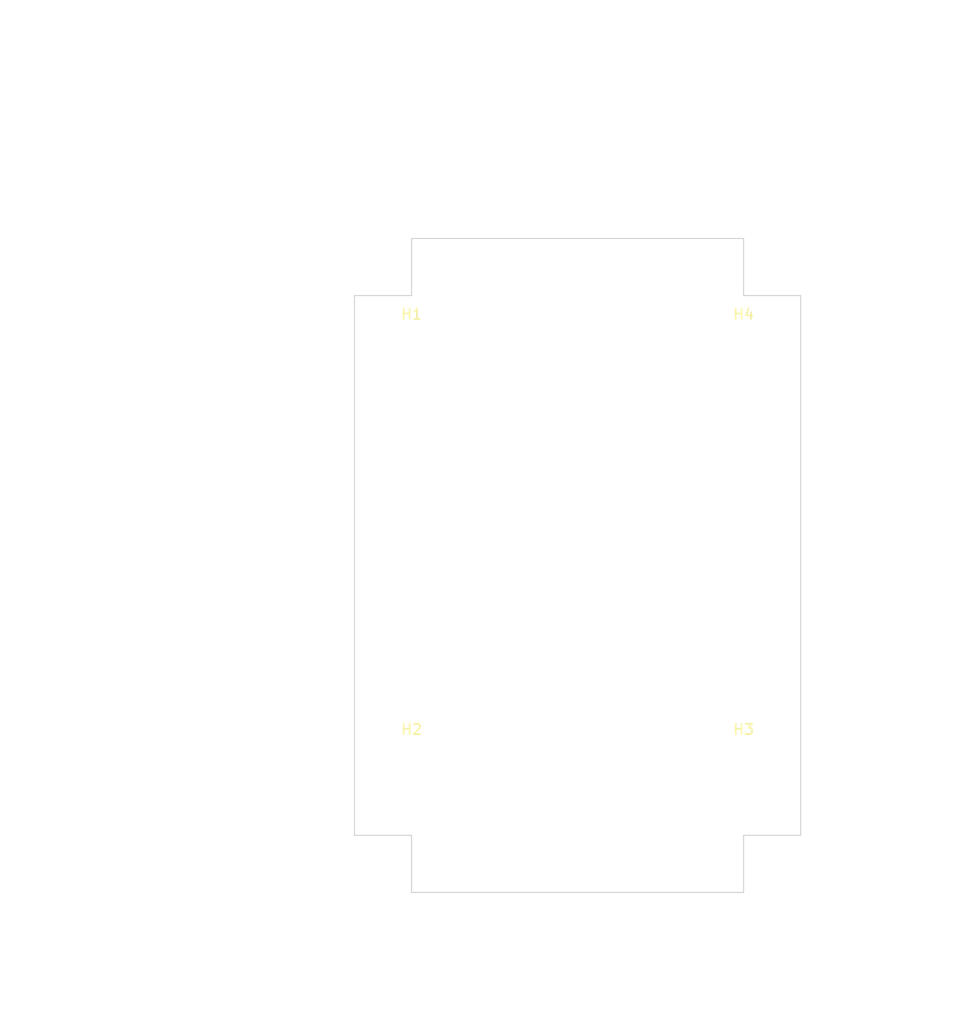
<source format=kicad_pcb>
(kicad_pcb (version 20221018) (generator pcbnew)
  (layers (0 "F.Cu" signal) (31 "B.Cu" signal) (34 "B.Paste" user) (35 "F.Paste" user) (36 "B.SilkS" user "B.Silkscreen") (37 "F.SilkS" user "F.Silkscreen") (38 "B.Mask" user) (39 "F.Mask" user) (44 "Edge.Cuts" user))
  (net 0 "")
  (footprint "MountingHole:MountingHole_2.2mm_M2" (layer "F.Cu") (at 176 80)
    (fp_text reference "H4" (at 0 -3.2) (layer "F.SilkS"))
    (fp_text value "MountingHole")
    (pad "" np_thru_hole circle locked (at 0 0) (size 2.2 2.2) (drill 2.2) (layers "*.Cu" "*.Mask"))
  )
  (footprint "MountingHole:MountingHole_2.2mm_M2" (layer "F.Cu") (at 176 120)
    (fp_text reference "H3" (at 0 -3.2) (layer "F.SilkS"))
    (fp_text value "MountingHole")
    (pad "" np_thru_hole circle locked (at 0 0) (size 2.2 2.2) (drill 2.2) (layers "*.Cu" "*.Mask"))
  )
  (footprint "MountingHole:MountingHole_2.2mm_M2" (layer "F.Cu") (at 144 120)
    (fp_text reference "H2" (at 0 -3.2) (layer "F.SilkS"))
    (fp_text value "MountingHole")
    (pad "" np_thru_hole circle locked (at 0 0) (size 2.2 2.2) (drill 2.2) (layers "*.Cu" "*.Mask"))
  )
  (footprint "MountingHole:MountingHole_2.2mm_M2" (layer "F.Cu") (at 144 80)
    (fp_text reference "H1" (at 0 -3.2) (layer "F.SilkS"))
    (fp_text value "MountingHole")
    (pad "" np_thru_hole circle locked (at 0 0) (size 2.2 2.2) (drill 2.2) (layers "*.Cu" "*.Mask"))
  )
  (gr_line locked (start 176 127) (end 176 132.5) (stroke (width 0.1)) (layer "Edge.Cuts"))
  (gr_line locked (start 181.5 75) (end 181.5 127) (stroke (width 0.1)) (layer "Edge.Cuts"))
  (gr_line locked (start 144 132.5) (end 144 127) (stroke (width 0.1)) (layer "Edge.Cuts"))
  (gr_line locked (start 181.5 127) (end 176 127) (stroke (width 0.1)) (layer "Edge.Cuts"))
  (gr_line locked (start 176 132.5) (end 144 132.5) (stroke (width 0.1)) (layer "Edge.Cuts"))
  (gr_line locked (start 144 127) (end 138.5 127) (stroke (width 0.1)) (layer "Edge.Cuts"))
  (gr_line locked (start 144 75) (end 144 69.5) (stroke (width 0.1)) (layer "Edge.Cuts"))
  (gr_line locked (start 138.5 127) (end 138.5 75) (stroke (width 0.1)) (layer "Edge.Cuts"))
  (gr_line locked (start 138.5 75) (end 144 75) (stroke (width 0.1)) (layer "Edge.Cuts"))
  (gr_line locked (start 176 69.5) (end 176 75) (stroke (width 0.1)) (layer "Edge.Cuts"))
  (gr_line locked (start 160 69.5) (end 176 69.5) (stroke (width 0.1)) (layer "Edge.Cuts"))
  (gr_line locked (start 176 75) (end 181.5 75) (stroke (width 0.1)) (layer "Edge.Cuts"))
  (gr_line locked (start 144 69.5) (end 160 69.5) (stroke (width 0.1)) (layer "Edge.Cuts"))
)
</source>
